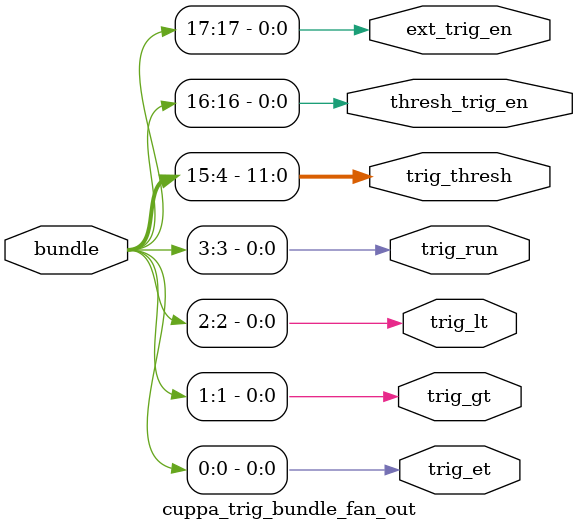
<source format=v>
module cuppa_trig_bundle_fan_out
  (
   bundle,
   trig_et,
   trig_gt,
   trig_lt,
   trig_run,
   trig_thresh,
   thresh_trig_en,
   ext_trig_en
  );

`include "cuppa_trig_bundle_inc.v"

   input [17:0] bundle;
   output [0:0] trig_et;
   output [0:0] trig_gt;
   output [0:0] trig_lt;
   output [0:0] trig_run;
   output [11:0] trig_thresh;
   output [0:0] thresh_trig_en;
   output [0:0] ext_trig_en;

assign trig_et = bundle[0:0];
assign trig_gt = bundle[1:1];
assign trig_lt = bundle[2:2];
assign trig_run = bundle[3:3];
assign trig_thresh = bundle[15:4];
assign thresh_trig_en = bundle[16:16];
assign ext_trig_en = bundle[17:17];

endmodule

</source>
